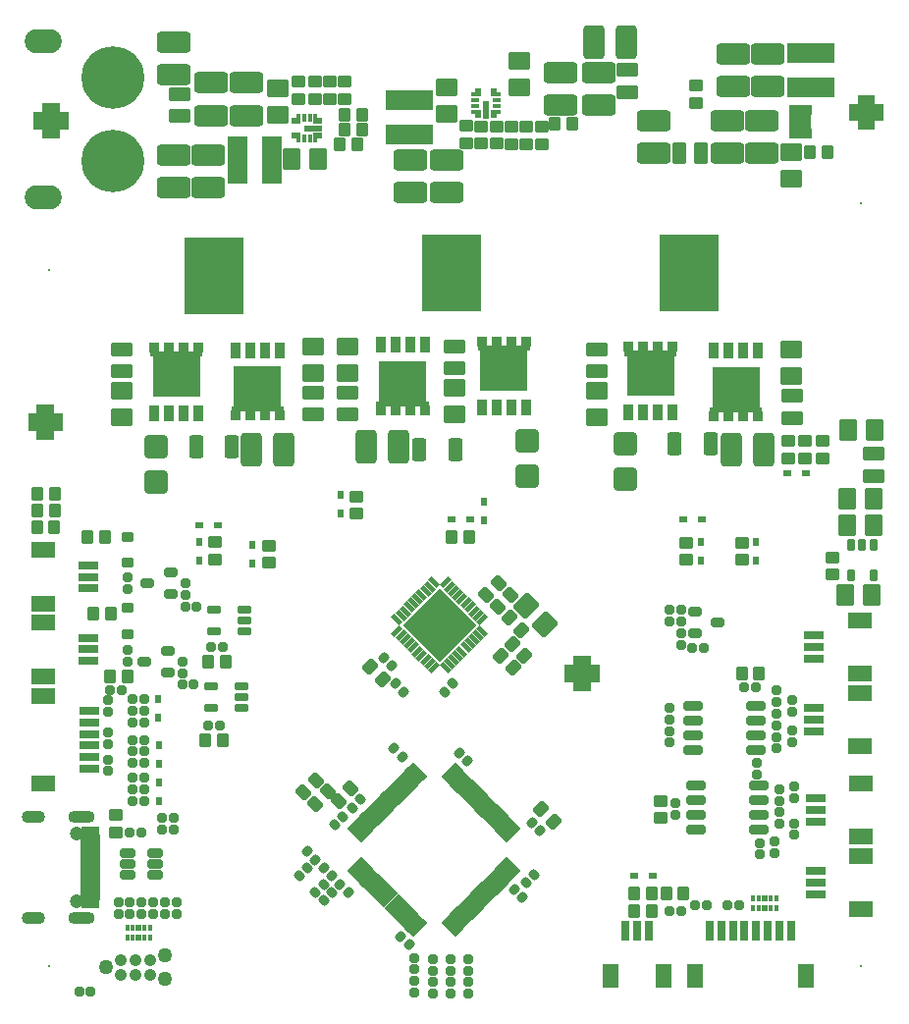
<source format=gbr>
%TF.GenerationSoftware,Altium Limited,Altium Designer,23.1.1 (15)*%
G04 Layer_Color=8388736*
%FSLAX45Y45*%
%MOMM*%
%TF.SameCoordinates,3B15BE60-5205-462F-B1BE-89E8C5D5736D*%
%TF.FilePolarity,Negative*%
%TF.FileFunction,Soldermask,Top*%
%TF.Part,Single*%
G01*
G75*
%TA.AperFunction,TestPad*%
%ADD99R,1.70320X0.80320*%
%ADD100R,2.00320X1.40320*%
%TA.AperFunction,SMDPad,CuDef*%
G04:AMPARAMS|DCode=101|XSize=1.8032mm|YSize=2.9032mm|CornerRadius=0.3016mm|HoleSize=0mm|Usage=FLASHONLY|Rotation=270.000|XOffset=0mm|YOffset=0mm|HoleType=Round|Shape=RoundedRectangle|*
%AMROUNDEDRECTD101*
21,1,1.80320,2.30000,0,0,270.0*
21,1,1.20000,2.90320,0,0,270.0*
1,1,0.60320,-1.15000,-0.60000*
1,1,0.60320,-1.15000,0.60000*
1,1,0.60320,1.15000,0.60000*
1,1,0.60320,1.15000,-0.60000*
%
%ADD101ROUNDEDRECTD101*%
G04:AMPARAMS|DCode=102|XSize=1.2032mm|YSize=1.9032mm|CornerRadius=0.2266mm|HoleSize=0mm|Usage=FLASHONLY|Rotation=270.000|XOffset=0mm|YOffset=0mm|HoleType=Round|Shape=RoundedRectangle|*
%AMROUNDEDRECTD102*
21,1,1.20320,1.45000,0,0,270.0*
21,1,0.75000,1.90320,0,0,270.0*
1,1,0.45320,-0.72500,-0.37500*
1,1,0.45320,-0.72500,0.37500*
1,1,0.45320,0.72500,0.37500*
1,1,0.45320,0.72500,-0.37500*
%
%ADD102ROUNDEDRECTD102*%
G04:AMPARAMS|DCode=103|XSize=1.6032mm|YSize=1.9032mm|CornerRadius=0.2766mm|HoleSize=0mm|Usage=FLASHONLY|Rotation=180.000|XOffset=0mm|YOffset=0mm|HoleType=Round|Shape=RoundedRectangle|*
%AMROUNDEDRECTD103*
21,1,1.60320,1.35000,0,0,180.0*
21,1,1.05000,1.90320,0,0,180.0*
1,1,0.55320,-0.52500,0.67500*
1,1,0.55320,0.52500,0.67500*
1,1,0.55320,0.52500,-0.67500*
1,1,0.55320,-0.52500,-0.67500*
%
%ADD103ROUNDEDRECTD103*%
G04:AMPARAMS|DCode=104|XSize=1.0032mm|YSize=1.2032mm|CornerRadius=0.2016mm|HoleSize=0mm|Usage=FLASHONLY|Rotation=90.000|XOffset=0mm|YOffset=0mm|HoleType=Round|Shape=RoundedRectangle|*
%AMROUNDEDRECTD104*
21,1,1.00320,0.80000,0,0,90.0*
21,1,0.60000,1.20320,0,0,90.0*
1,1,0.40320,0.40000,0.30000*
1,1,0.40320,0.40000,-0.30000*
1,1,0.40320,-0.40000,-0.30000*
1,1,0.40320,-0.40000,0.30000*
%
%ADD104ROUNDEDRECTD104*%
G04:AMPARAMS|DCode=105|XSize=1.0032mm|YSize=1.2032mm|CornerRadius=0.2016mm|HoleSize=0mm|Usage=FLASHONLY|Rotation=0.000|XOffset=0mm|YOffset=0mm|HoleType=Round|Shape=RoundedRectangle|*
%AMROUNDEDRECTD105*
21,1,1.00320,0.80000,0,0,0.0*
21,1,0.60000,1.20320,0,0,0.0*
1,1,0.40320,0.30000,-0.40000*
1,1,0.40320,-0.30000,-0.40000*
1,1,0.40320,-0.30000,0.40000*
1,1,0.40320,0.30000,0.40000*
%
%ADD105ROUNDEDRECTD105*%
%ADD106R,0.95320X0.42820*%
%ADD107R,0.80320X0.45320*%
%ADD108R,0.60320X0.55320*%
%ADD109R,0.55320X1.50320*%
G04:AMPARAMS|DCode=110|XSize=1.6032mm|YSize=1.9032mm|CornerRadius=0.2766mm|HoleSize=0mm|Usage=FLASHONLY|Rotation=270.000|XOffset=0mm|YOffset=0mm|HoleType=Round|Shape=RoundedRectangle|*
%AMROUNDEDRECTD110*
21,1,1.60320,1.35000,0,0,270.0*
21,1,1.05000,1.90320,0,0,270.0*
1,1,0.55320,-0.67500,-0.52500*
1,1,0.55320,-0.67500,0.52500*
1,1,0.55320,0.67500,0.52500*
1,1,0.55320,0.67500,-0.52500*
%
%ADD110ROUNDEDRECTD110*%
%ADD111R,4.09320X1.65320*%
%ADD112R,1.65320X4.09320*%
G04:AMPARAMS|DCode=113|XSize=2.0032mm|YSize=2.0432mm|CornerRadius=0.3266mm|HoleSize=0mm|Usage=FLASHONLY|Rotation=90.000|XOffset=0mm|YOffset=0mm|HoleType=Round|Shape=RoundedRectangle|*
%AMROUNDEDRECTD113*
21,1,2.00320,1.39000,0,0,90.0*
21,1,1.35000,2.04320,0,0,90.0*
1,1,0.65320,0.69500,0.67500*
1,1,0.65320,0.69500,-0.67500*
1,1,0.65320,-0.69500,-0.67500*
1,1,0.65320,-0.69500,0.67500*
%
%ADD113ROUNDEDRECTD113*%
%TA.AperFunction,ConnectorPad*%
G04:AMPARAMS|DCode=114|XSize=0.8032mm|YSize=0.9032mm|CornerRadius=0.1766mm|HoleSize=0mm|Usage=FLASHONLY|Rotation=270.000|XOffset=0mm|YOffset=0mm|HoleType=Round|Shape=RoundedRectangle|*
%AMROUNDEDRECTD114*
21,1,0.80320,0.55000,0,0,270.0*
21,1,0.45000,0.90320,0,0,270.0*
1,1,0.35320,-0.27500,-0.22500*
1,1,0.35320,-0.27500,0.22500*
1,1,0.35320,0.27500,0.22500*
1,1,0.35320,0.27500,-0.22500*
%
%ADD114ROUNDEDRECTD114*%
%TA.AperFunction,SMDPad,CuDef*%
G04:AMPARAMS|DCode=115|XSize=0.8032mm|YSize=0.9032mm|CornerRadius=0.1766mm|HoleSize=0mm|Usage=FLASHONLY|Rotation=0.000|XOffset=0mm|YOffset=0mm|HoleType=Round|Shape=RoundedRectangle|*
%AMROUNDEDRECTD115*
21,1,0.80320,0.55000,0,0,0.0*
21,1,0.45000,0.90320,0,0,0.0*
1,1,0.35320,0.22500,-0.27500*
1,1,0.35320,-0.22500,-0.27500*
1,1,0.35320,-0.22500,0.27500*
1,1,0.35320,0.22500,0.27500*
%
%ADD115ROUNDEDRECTD115*%
G04:AMPARAMS|DCode=116|XSize=0.8032mm|YSize=0.9032mm|CornerRadius=0.1766mm|HoleSize=0mm|Usage=FLASHONLY|Rotation=90.000|XOffset=0mm|YOffset=0mm|HoleType=Round|Shape=RoundedRectangle|*
%AMROUNDEDRECTD116*
21,1,0.80320,0.55000,0,0,90.0*
21,1,0.45000,0.90320,0,0,90.0*
1,1,0.35320,0.27500,0.22500*
1,1,0.35320,0.27500,-0.22500*
1,1,0.35320,-0.27500,-0.22500*
1,1,0.35320,-0.27500,0.22500*
%
%ADD116ROUNDEDRECTD116*%
%ADD117R,1.70320X0.80320*%
%ADD118R,2.00320X1.40320*%
G04:AMPARAMS|DCode=119|XSize=0.8032mm|YSize=1.6532mm|CornerRadius=0.1766mm|HoleSize=0mm|Usage=FLASHONLY|Rotation=90.000|XOffset=0mm|YOffset=0mm|HoleType=Round|Shape=RoundedRectangle|*
%AMROUNDEDRECTD119*
21,1,0.80320,1.30000,0,0,90.0*
21,1,0.45000,1.65320,0,0,90.0*
1,1,0.35320,0.65000,0.22500*
1,1,0.35320,0.65000,-0.22500*
1,1,0.35320,-0.65000,-0.22500*
1,1,0.35320,-0.65000,0.22500*
%
%ADD119ROUNDEDRECTD119*%
G04:AMPARAMS|DCode=120|XSize=1.6782mm|YSize=0.5032mm|CornerRadius=0mm|HoleSize=0mm|Usage=FLASHONLY|Rotation=315.000|XOffset=0mm|YOffset=0mm|HoleType=Round|Shape=Rectangle|*
%AMROTATEDRECTD120*
4,1,4,-0.77124,0.41543,-0.41543,0.77124,0.77124,-0.41543,0.41543,-0.77124,-0.77124,0.41543,0.0*
%
%ADD120ROTATEDRECTD120*%

G04:AMPARAMS|DCode=121|XSize=1.6782mm|YSize=0.5032mm|CornerRadius=0mm|HoleSize=0mm|Usage=FLASHONLY|Rotation=225.000|XOffset=0mm|YOffset=0mm|HoleType=Round|Shape=Rectangle|*
%AMROTATEDRECTD121*
4,1,4,0.41543,0.77124,0.77124,0.41543,-0.41543,-0.77124,-0.77124,-0.41543,0.41543,0.77124,0.0*
%
%ADD121ROTATEDRECTD121*%

%TA.AperFunction,TestPad*%
G04:AMPARAMS|DCode=122|XSize=0.49mm|YSize=0.54mm|CornerRadius=0.07625mm|HoleSize=0mm|Usage=FLASHONLY|Rotation=0.000|XOffset=0mm|YOffset=0mm|HoleType=Round|Shape=RoundedRectangle|*
%AMROUNDEDRECTD122*
21,1,0.49000,0.38750,0,0,0.0*
21,1,0.33750,0.54000,0,0,0.0*
1,1,0.15250,0.16875,-0.19375*
1,1,0.15250,-0.16875,-0.19375*
1,1,0.15250,-0.16875,0.19375*
1,1,0.15250,0.16875,0.19375*
%
%ADD122ROUNDEDRECTD122*%
%TA.AperFunction,SMDPad,CuDef*%
%ADD123R,1.64000X0.74000*%
%TA.AperFunction,BGAPad,CuDef*%
%ADD124C,1.06620*%
%TA.AperFunction,SMDPad,CuDef*%
G04:AMPARAMS|DCode=125|XSize=0.8032mm|YSize=1.4032mm|CornerRadius=0.1766mm|HoleSize=0mm|Usage=FLASHONLY|Rotation=270.000|XOffset=0mm|YOffset=0mm|HoleType=Round|Shape=RoundedRectangle|*
%AMROUNDEDRECTD125*
21,1,0.80320,1.05000,0,0,270.0*
21,1,0.45000,1.40320,0,0,270.0*
1,1,0.35320,-0.52500,-0.22500*
1,1,0.35320,-0.52500,0.22500*
1,1,0.35320,0.52500,0.22500*
1,1,0.35320,0.52500,-0.22500*
%
%ADD125ROUNDEDRECTD125*%
G04:AMPARAMS|DCode=126|XSize=0.8032mm|YSize=0.9032mm|CornerRadius=0.1766mm|HoleSize=0mm|Usage=FLASHONLY|Rotation=315.000|XOffset=0mm|YOffset=0mm|HoleType=Round|Shape=RoundedRectangle|*
%AMROUNDEDRECTD126*
21,1,0.80320,0.55000,0,0,315.0*
21,1,0.45000,0.90320,0,0,315.0*
1,1,0.35320,-0.03536,-0.35355*
1,1,0.35320,-0.35355,-0.03536*
1,1,0.35320,0.03536,0.35355*
1,1,0.35320,0.35355,0.03536*
%
%ADD126ROUNDEDRECTD126*%
G04:AMPARAMS|DCode=127|XSize=0.8032mm|YSize=0.9032mm|CornerRadius=0.1766mm|HoleSize=0mm|Usage=FLASHONLY|Rotation=225.000|XOffset=0mm|YOffset=0mm|HoleType=Round|Shape=RoundedRectangle|*
%AMROUNDEDRECTD127*
21,1,0.80320,0.55000,0,0,225.0*
21,1,0.45000,0.90320,0,0,225.0*
1,1,0.35320,-0.35355,0.03536*
1,1,0.35320,-0.03536,0.35355*
1,1,0.35320,0.35355,-0.03536*
1,1,0.35320,0.03536,-0.35355*
%
%ADD127ROUNDEDRECTD127*%
G04:AMPARAMS|DCode=128|XSize=1.0032mm|YSize=1.2032mm|CornerRadius=0.2016mm|HoleSize=0mm|Usage=FLASHONLY|Rotation=225.000|XOffset=0mm|YOffset=0mm|HoleType=Round|Shape=RoundedRectangle|*
%AMROUNDEDRECTD128*
21,1,1.00320,0.80000,0,0,225.0*
21,1,0.60000,1.20320,0,0,225.0*
1,1,0.40320,-0.49498,0.07071*
1,1,0.40320,-0.07071,0.49498*
1,1,0.40320,0.49498,-0.07071*
1,1,0.40320,0.07071,-0.49498*
%
%ADD128ROUNDEDRECTD128*%
%TA.AperFunction,TestPad*%
G04:AMPARAMS|DCode=129|XSize=0.8032mm|YSize=1.2032mm|CornerRadius=0.1766mm|HoleSize=0mm|Usage=FLASHONLY|Rotation=90.000|XOffset=0mm|YOffset=0mm|HoleType=Round|Shape=RoundedRectangle|*
%AMROUNDEDRECTD129*
21,1,0.80320,0.85000,0,0,90.0*
21,1,0.45000,1.20320,0,0,90.0*
1,1,0.35320,0.42500,0.22500*
1,1,0.35320,0.42500,-0.22500*
1,1,0.35320,-0.42500,-0.22500*
1,1,0.35320,-0.42500,0.22500*
%
%ADD129ROUNDEDRECTD129*%
%TA.AperFunction,SMDPad,CuDef*%
G04:AMPARAMS|DCode=130|XSize=0.7532mm|YSize=1.2532mm|CornerRadius=0.17035mm|HoleSize=0mm|Usage=FLASHONLY|Rotation=270.000|XOffset=0mm|YOffset=0mm|HoleType=Round|Shape=RoundedRectangle|*
%AMROUNDEDRECTD130*
21,1,0.75320,0.91250,0,0,270.0*
21,1,0.41250,1.25320,0,0,270.0*
1,1,0.34070,-0.45625,-0.20625*
1,1,0.34070,-0.45625,0.20625*
1,1,0.34070,0.45625,0.20625*
1,1,0.34070,0.45625,-0.20625*
%
%ADD130ROUNDEDRECTD130*%
%ADD131R,0.75320X0.62320*%
G04:AMPARAMS|DCode=132|XSize=1.0032mm|YSize=1.2032mm|CornerRadius=0.2016mm|HoleSize=0mm|Usage=FLASHONLY|Rotation=135.000|XOffset=0mm|YOffset=0mm|HoleType=Round|Shape=RoundedRectangle|*
%AMROUNDEDRECTD132*
21,1,1.00320,0.80000,0,0,135.0*
21,1,0.60000,1.20320,0,0,135.0*
1,1,0.40320,0.07071,0.49498*
1,1,0.40320,0.49498,0.07071*
1,1,0.40320,-0.07071,-0.49498*
1,1,0.40320,-0.49498,-0.07071*
%
%ADD132ROUNDEDRECTD132*%
G04:AMPARAMS|DCode=133|XSize=1.0532mm|YSize=0.4532mm|CornerRadius=0mm|HoleSize=0mm|Usage=FLASHONLY|Rotation=225.000|XOffset=0mm|YOffset=0mm|HoleType=Round|Shape=Rectangle|*
%AMROTATEDRECTD133*
4,1,4,0.21213,0.53259,0.53259,0.21213,-0.21213,-0.53259,-0.53259,-0.21213,0.21213,0.53259,0.0*
%
%ADD133ROTATEDRECTD133*%

%ADD134P,6.29778X4X360.0*%
G04:AMPARAMS|DCode=135|XSize=1.8032mm|YSize=2.9032mm|CornerRadius=0.3016mm|HoleSize=0mm|Usage=FLASHONLY|Rotation=180.000|XOffset=0mm|YOffset=0mm|HoleType=Round|Shape=RoundedRectangle|*
%AMROUNDEDRECTD135*
21,1,1.80320,2.30000,0,0,180.0*
21,1,1.20000,2.90320,0,0,180.0*
1,1,0.60320,-0.60000,1.15000*
1,1,0.60320,0.60000,1.15000*
1,1,0.60320,0.60000,-1.15000*
1,1,0.60320,-0.60000,-1.15000*
%
%ADD135ROUNDEDRECTD135*%
%ADD136R,1.50320X0.55320*%
%ADD137R,0.80320X1.70320*%
%TA.AperFunction,TestPad*%
%ADD138R,1.40320X2.00320*%
%ADD139R,0.80320X1.70320*%
%TA.AperFunction,SMDPad,CuDef*%
G04:AMPARAMS|DCode=140|XSize=1.0532mm|YSize=0.4532mm|CornerRadius=0mm|HoleSize=0mm|Usage=FLASHONLY|Rotation=315.000|XOffset=0mm|YOffset=0mm|HoleType=Round|Shape=Rectangle|*
%AMROTATEDRECTD140*
4,1,4,-0.53259,0.21213,-0.21213,0.53259,0.53259,-0.21213,0.21213,-0.53259,-0.53259,0.21213,0.0*
%
%ADD140ROTATEDRECTD140*%

G04:AMPARAMS|DCode=141|XSize=1.6032mm|YSize=1.9032mm|CornerRadius=0.2766mm|HoleSize=0mm|Usage=FLASHONLY|Rotation=135.000|XOffset=0mm|YOffset=0mm|HoleType=Round|Shape=RoundedRectangle|*
%AMROUNDEDRECTD141*
21,1,1.60320,1.35000,0,0,135.0*
21,1,1.05000,1.90320,0,0,135.0*
1,1,0.55320,0.10607,0.84853*
1,1,0.55320,0.84853,0.10607*
1,1,0.55320,-0.10607,-0.84853*
1,1,0.55320,-0.84853,-0.10607*
%
%ADD141ROUNDEDRECTD141*%
%ADD142R,0.62320X0.75320*%
%TA.AperFunction,ConnectorPad*%
G04:AMPARAMS|DCode=143|XSize=1.8032mm|YSize=2.9032mm|CornerRadius=0.3016mm|HoleSize=0mm|Usage=FLASHONLY|Rotation=0.000|XOffset=0mm|YOffset=0mm|HoleType=Round|Shape=RoundedRectangle|*
%AMROUNDEDRECTD143*
21,1,1.80320,2.30000,0,0,0.0*
21,1,1.20000,2.90320,0,0,0.0*
1,1,0.60320,0.60000,-1.15000*
1,1,0.60320,-0.60000,-1.15000*
1,1,0.60320,-0.60000,1.15000*
1,1,0.60320,0.60000,1.15000*
%
%ADD143ROUNDEDRECTD143*%
%TA.AperFunction,SMDPad,CuDef*%
G04:AMPARAMS|DCode=144|XSize=0.7532mm|YSize=1.0032mm|CornerRadius=0.1511mm|HoleSize=0mm|Usage=FLASHONLY|Rotation=0.000|XOffset=0mm|YOffset=0mm|HoleType=Round|Shape=RoundedRectangle|*
%AMROUNDEDRECTD144*
21,1,0.75320,0.70100,0,0,0.0*
21,1,0.45100,1.00320,0,0,0.0*
1,1,0.30220,0.22550,-0.35050*
1,1,0.30220,-0.22550,-0.35050*
1,1,0.30220,-0.22550,0.35050*
1,1,0.30220,0.22550,0.35050*
%
%ADD144ROUNDEDRECTD144*%
%ADD145R,0.50320X0.90320*%
%ADD146R,1.90320X1.20320*%
G04:AMPARAMS|DCode=147|XSize=0.8332mm|YSize=1.0332mm|CornerRadius=0.18035mm|HoleSize=0mm|Usage=FLASHONLY|Rotation=90.000|XOffset=0mm|YOffset=0mm|HoleType=Round|Shape=RoundedRectangle|*
%AMROUNDEDRECTD147*
21,1,0.83320,0.67250,0,0,90.0*
21,1,0.47250,1.03320,0,0,90.0*
1,1,0.36070,0.33625,0.23625*
1,1,0.36070,0.33625,-0.23625*
1,1,0.36070,-0.33625,-0.23625*
1,1,0.36070,-0.33625,0.23625*
%
%ADD147ROUNDEDRECTD147*%
%ADD148R,5.20320X6.70320*%
%ADD149R,0.45820X0.51320*%
%ADD150R,4.11320X4.01320*%
%ADD151R,0.81320X0.91320*%
%ADD152R,0.81320X1.47320*%
G04:AMPARAMS|DCode=153|XSize=1.2032mm|YSize=2.0032mm|CornerRadius=0.2266mm|HoleSize=0mm|Usage=FLASHONLY|Rotation=0.000|XOffset=0mm|YOffset=0mm|HoleType=Round|Shape=RoundedRectangle|*
%AMROUNDEDRECTD153*
21,1,1.20320,1.55000,0,0,0.0*
21,1,0.75000,2.00320,0,0,0.0*
1,1,0.45320,0.37500,-0.77500*
1,1,0.45320,-0.37500,-0.77500*
1,1,0.45320,-0.37500,0.77500*
1,1,0.45320,0.37500,0.77500*
%
%ADD153ROUNDEDRECTD153*%
G04:AMPARAMS|DCode=154|XSize=1.2032mm|YSize=1.9032mm|CornerRadius=0.2266mm|HoleSize=0mm|Usage=FLASHONLY|Rotation=0.000|XOffset=0mm|YOffset=0mm|HoleType=Round|Shape=RoundedRectangle|*
%AMROUNDEDRECTD154*
21,1,1.20320,1.45000,0,0,0.0*
21,1,0.75000,1.90320,0,0,0.0*
1,1,0.45320,0.37500,-0.72500*
1,1,0.45320,-0.37500,-0.72500*
1,1,0.45320,-0.37500,0.72500*
1,1,0.45320,0.37500,0.72500*
%
%ADD154ROUNDEDRECTD154*%
%ADD155R,0.55320X0.60320*%
%ADD156R,0.42820X0.95320*%
%ADD157R,0.45320X0.80320*%
%ADD158R,1.40320X2.00320*%
%TA.AperFunction,TestPad*%
G04:AMPARAMS|DCode=159|XSize=0.29mm|YSize=0.54mm|CornerRadius=0.05125mm|HoleSize=0mm|Usage=FLASHONLY|Rotation=180.000|XOffset=0mm|YOffset=0mm|HoleType=Round|Shape=RoundedRectangle|*
%AMROUNDEDRECTD159*
21,1,0.29000,0.43750,0,0,180.0*
21,1,0.18750,0.54000,0,0,180.0*
1,1,0.10250,-0.09375,0.21875*
1,1,0.10250,0.09375,0.21875*
1,1,0.10250,0.09375,-0.21875*
1,1,0.10250,-0.09375,-0.21875*
%
%ADD159ROUNDEDRECTD159*%
%TA.AperFunction,SMDPad,CuDef*%
%ADD160R,1.78000X0.88000*%
%ADD161R,1.78000X0.58000*%
%TA.AperFunction,ComponentPad*%
%ADD162C,5.40320*%
%ADD163C,1.72720*%
%ADD164C,1.27020*%
%ADD165C,0.20320*%
%ADD166O,3.20320X2.10320*%
%ADD167C,1.20000*%
%ADD168O,2.30000X1.10000*%
%ADD169O,2.00000X1.10000*%
G36*
X13725000Y10635000D02*
X13800000D01*
Y10485000D01*
X13725000D01*
Y10410000D01*
X13575000D01*
Y10485000D01*
X13500000D01*
Y10635000D01*
X13575000D01*
Y10710000D01*
X13725000D01*
Y10635000D01*
D02*
G37*
G36*
X6695000Y10565000D02*
X6770000D01*
Y10415000D01*
X6695000D01*
Y10340000D01*
X6545000D01*
Y10415000D01*
X6470000D01*
Y10565000D01*
X6545000D01*
Y10640000D01*
X6695000D01*
Y10565000D01*
D02*
G37*
G36*
X6645000Y7965000D02*
X6720000D01*
Y7815000D01*
X6645000D01*
Y7740000D01*
X6495000D01*
Y7815000D01*
X6420000D01*
Y7965000D01*
X6495000D01*
Y8040000D01*
X6645000D01*
Y7965000D01*
D02*
G37*
G36*
X11275000Y5795000D02*
X11350000D01*
Y5645000D01*
X11275000D01*
Y5570000D01*
X11125000D01*
Y5645000D01*
X11050000D01*
Y5795000D01*
X11125000D01*
Y5870000D01*
X11275000D01*
Y5795000D01*
D02*
G37*
D99*
X6945000Y5400000D02*
D03*
Y5300001D02*
D03*
Y5200000D02*
D03*
Y5100000D02*
D03*
Y5000000D02*
D03*
Y4900000D02*
D03*
D100*
X6555000Y5530000D02*
D03*
X6555000Y4770000D02*
D03*
D101*
X7675000Y10885000D02*
D03*
Y11165001D02*
D03*
X10030000Y10150000D02*
D03*
X10030000Y9870000D02*
D03*
X9720000Y10150000D02*
D03*
X9720000Y9870000D02*
D03*
X7999999Y10815000D02*
D03*
X8300000D02*
D03*
X7675000Y9910000D02*
D03*
X7975000D02*
D03*
X11014999Y10905000D02*
D03*
X11340000Y10905000D02*
D03*
X11820000Y10490000D02*
D03*
X12450000D02*
D03*
X12750000D02*
D03*
X12500000Y10785000D02*
D03*
X12800000D02*
D03*
X12750000Y10209999D02*
D03*
X11014999Y10625000D02*
D03*
X11339999Y10625000D02*
D03*
X12450000Y10210000D02*
D03*
X12800000Y11065000D02*
D03*
X12500000D02*
D03*
X11820000Y10209999D02*
D03*
X8300000Y10535000D02*
D03*
X7675000Y10190000D02*
D03*
X7975000D02*
D03*
X7999999Y10535000D02*
D03*
D102*
X13710001Y7425000D02*
D03*
Y7615000D02*
D03*
X13010001Y7925000D02*
D03*
Y8115000D02*
D03*
X11325000Y8520000D02*
D03*
Y8330000D02*
D03*
X8875000Y7955000D02*
D03*
Y8145000D02*
D03*
X9175000Y7955000D02*
D03*
Y8145000D02*
D03*
X10100000Y8545000D02*
D03*
Y8355000D02*
D03*
X7225000Y8520000D02*
D03*
Y8330000D02*
D03*
X11590000Y10925000D02*
D03*
X11590000Y10735000D02*
D03*
X7725000Y10720000D02*
D03*
Y10530000D02*
D03*
D103*
X13714301Y7230000D02*
D03*
X13485699D02*
D03*
X13724300Y7820000D02*
D03*
X13495700D02*
D03*
X8919300Y10162500D02*
D03*
X8690700D02*
D03*
X13485699Y7000000D02*
D03*
X13465700Y6400000D02*
D03*
X13714301Y7000000D02*
D03*
X13694299Y6400000D02*
D03*
D104*
X10850000Y10435000D02*
D03*
X10850000Y10285000D02*
D03*
X10200000Y10445000D02*
D03*
Y10295000D02*
D03*
X8900000Y10675000D02*
D03*
Y10825000D02*
D03*
X8750000D02*
D03*
Y10675000D02*
D03*
X9150000D02*
D03*
Y10825000D02*
D03*
X9025000Y10675000D02*
D03*
Y10825000D02*
D03*
X7175000Y4500000D02*
D03*
X10330000Y10290000D02*
D03*
X10590000Y10285000D02*
D03*
X11875000Y4625000D02*
D03*
X13360001Y6725000D02*
D03*
X12975002Y7725000D02*
D03*
X13125002D02*
D03*
X13360001Y6575000D02*
D03*
X12975002Y7575000D02*
D03*
X8500000Y6675000D02*
D03*
Y6825000D02*
D03*
X8031800Y6702401D02*
D03*
Y6852401D02*
D03*
X13275002Y7575000D02*
D03*
Y7725000D02*
D03*
X13125002Y7575000D02*
D03*
X9250000Y7100000D02*
D03*
Y7250000D02*
D03*
X12575001Y6850000D02*
D03*
Y6700000D02*
D03*
X12100000Y6700000D02*
D03*
Y6850000D02*
D03*
X10460000Y10290000D02*
D03*
Y10440000D02*
D03*
X10590000Y10435000D02*
D03*
X10330000Y10440000D02*
D03*
X12180000Y10790000D02*
D03*
Y10640000D02*
D03*
X10720000Y10285000D02*
D03*
Y10435000D02*
D03*
X7175000Y4350000D02*
D03*
X11875000Y4475000D02*
D03*
D105*
X10965000Y10460000D02*
D03*
X11115000D02*
D03*
X9110000Y10285000D02*
D03*
X9260000D02*
D03*
X9150000Y10410000D02*
D03*
X9300000D02*
D03*
X9150000Y10540000D02*
D03*
X9300000D02*
D03*
X6650000Y7275000D02*
D03*
X6500000D02*
D03*
X6650000Y7125000D02*
D03*
X6500000D02*
D03*
X6647800Y6985000D02*
D03*
X6497800D02*
D03*
X7135000Y6240000D02*
D03*
X6985000D02*
D03*
X7085000Y6900000D02*
D03*
X6935000D02*
D03*
X8100000Y5150000D02*
D03*
X7275000Y5700000D02*
D03*
X8125000Y5825000D02*
D03*
X11800000Y3675000D02*
D03*
X11800000Y3825000D02*
D03*
X11925000D02*
D03*
X12575000Y5725000D02*
D03*
X10075000Y6900000D02*
D03*
X10225000D02*
D03*
X13314999Y10220000D02*
D03*
X13164999D02*
D03*
X7125000Y5700000D02*
D03*
X12075000Y3824999D02*
D03*
X11650000Y3825000D02*
D03*
Y3675000D02*
D03*
X12725000Y5725000D02*
D03*
X7975000Y5825000D02*
D03*
X7950000Y5150000D02*
D03*
D106*
X10452500Y10566200D02*
D03*
X10452500Y10713800D02*
D03*
X10287500Y10713800D02*
D03*
Y10566200D02*
D03*
D107*
X10460000Y10615000D02*
D03*
Y10665000D02*
D03*
X10280000D02*
D03*
Y10615000D02*
D03*
D108*
X10435000Y10537400D02*
D03*
Y10742600D02*
D03*
X10305000D02*
D03*
Y10537400D02*
D03*
D109*
X10370000Y10585000D02*
D03*
D110*
X10030000Y10545700D02*
D03*
Y10774300D02*
D03*
X8575000Y10764300D02*
D03*
X10660000Y11004300D02*
D03*
X13000000Y9985700D02*
D03*
X13000000Y8285700D02*
D03*
Y8514300D02*
D03*
X11325000Y7935700D02*
D03*
Y8164300D02*
D03*
X10100000Y7960700D02*
D03*
Y8189300D02*
D03*
X8875000Y8539300D02*
D03*
Y8310700D02*
D03*
X9175000Y8539300D02*
D03*
Y8310700D02*
D03*
X7225000Y7935700D02*
D03*
Y8164300D02*
D03*
X10660000Y10775700D02*
D03*
X13000000Y10214300D02*
D03*
X8575000Y10535700D02*
D03*
D111*
X9710000Y10372500D02*
D03*
Y10667500D02*
D03*
X13175000Y10775000D02*
D03*
Y11070000D02*
D03*
D112*
X8227500Y10152500D02*
D03*
X8522500D02*
D03*
D113*
X7525000Y7675000D02*
D03*
Y7375000D02*
D03*
X10725000Y7425000D02*
D03*
X11575000Y7400000D02*
D03*
Y7700001D02*
D03*
X10725000Y7725000D02*
D03*
D114*
X10220000Y3060000D02*
D03*
Y2960000D02*
D03*
X10065000Y2960000D02*
D03*
X9910000D02*
D03*
X9755000Y2970000D02*
D03*
X9910000Y3060000D02*
D03*
X10065000Y3060000D02*
D03*
X9755000Y3070000D02*
D03*
D115*
X6960000Y2980000D02*
D03*
X6860000D02*
D03*
X7400000Y4350000D02*
D03*
X7675000Y4375000D02*
D03*
X7230000Y5580000D02*
D03*
X7325000Y5500000D02*
D03*
Y4950000D02*
D03*
Y4625000D02*
D03*
X7675000Y4475000D02*
D03*
X8075000Y5275000D02*
D03*
X8100000Y5950000D02*
D03*
X11950000Y3675000D02*
D03*
X12175000Y3725000D02*
D03*
X12550000Y3725000D02*
D03*
X12600000Y5600000D02*
D03*
X7130000Y5580000D02*
D03*
X7975000Y5275000D02*
D03*
X7325000Y5300000D02*
D03*
X7425000D02*
D03*
X7325000Y5150000D02*
D03*
X7425000D02*
D03*
X7325000Y4825000D02*
D03*
X7425000D02*
D03*
X12250000Y5945000D02*
D03*
X12150000D02*
D03*
X12050001Y3675000D02*
D03*
X12450000Y3725000D02*
D03*
X12275000D02*
D03*
X7325000Y4725000D02*
D03*
X7425000D02*
D03*
X7325000Y5050000D02*
D03*
X7425000D02*
D03*
X7325000Y5400000D02*
D03*
X7425000Y5400000D02*
D03*
X7425000Y4625000D02*
D03*
Y4950000D02*
D03*
Y5500000D02*
D03*
X7300000Y4350000D02*
D03*
X7575000Y4375000D02*
D03*
X7575000Y4475000D02*
D03*
X12700000Y5600000D02*
D03*
X8000000Y5950000D02*
D03*
X7875000Y6300000D02*
D03*
X7775000D02*
D03*
X7850000Y5625000D02*
D03*
X7750000D02*
D03*
D116*
X7110000Y4880000D02*
D03*
Y4980000D02*
D03*
Y5110000D02*
D03*
Y5210000D02*
D03*
Y5490000D02*
D03*
Y5390000D02*
D03*
X13030000Y4750000D02*
D03*
Y4650000D02*
D03*
Y4330000D02*
D03*
Y4430000D02*
D03*
X13010001Y5130000D02*
D03*
Y5230000D02*
D03*
Y5490000D02*
D03*
Y5390000D02*
D03*
X12875000Y5175000D02*
D03*
Y5275000D02*
D03*
Y5475000D02*
D03*
Y5375000D02*
D03*
X7700000Y3650000D02*
D03*
X7275000Y5825000D02*
D03*
Y6450000D02*
D03*
X7750000Y5825000D02*
D03*
X7775000Y6500000D02*
D03*
X12730000Y4160000D02*
D03*
X12860001Y4170000D02*
D03*
X12000000Y4600000D02*
D03*
X12710000Y4950000D02*
D03*
X11950000Y5125000D02*
D03*
X12875000Y5575000D02*
D03*
X12050000Y6170000D02*
D03*
X10065000Y3260001D02*
D03*
Y3160000D02*
D03*
X12050000Y5970000D02*
D03*
Y6070000D02*
D03*
X9910000Y3260000D02*
D03*
X9910000Y3160000D02*
D03*
X7200000Y3650000D02*
D03*
Y3750000D02*
D03*
X7300000Y3650000D02*
D03*
Y3750000D02*
D03*
X7400000Y3650000D02*
D03*
Y3750000D02*
D03*
X7500000Y3650000D02*
D03*
Y3750000D02*
D03*
X12900000Y4525000D02*
D03*
Y4425000D02*
D03*
X12050000Y6270000D02*
D03*
X9755000Y3170000D02*
D03*
Y3270001D02*
D03*
X11950000Y6170000D02*
D03*
Y6270000D02*
D03*
X10220000Y3160000D02*
D03*
Y3260000D02*
D03*
X7600000Y3650000D02*
D03*
Y3750000D02*
D03*
X7700000Y3750000D02*
D03*
X12875000Y5075000D02*
D03*
X11950000Y5425000D02*
D03*
Y5325000D02*
D03*
Y5225000D02*
D03*
X7275000Y6550000D02*
D03*
X7775000Y6400000D02*
D03*
X7275000Y5925000D02*
D03*
X7750000Y5725000D02*
D03*
X12000000Y4500000D02*
D03*
X12900000Y4625000D02*
D03*
Y4725000D02*
D03*
X12860001Y4270000D02*
D03*
X12710000Y4850000D02*
D03*
X12730000Y4260000D02*
D03*
D117*
X13210001Y4445000D02*
D03*
X13210001Y4645000D02*
D03*
Y4545000D02*
D03*
X13201300Y5225000D02*
D03*
Y6050000D02*
D03*
Y5425000D02*
D03*
Y5850000D02*
D03*
X6940000Y5830000D02*
D03*
X6940000Y6455000D02*
D03*
X13210001Y3920000D02*
D03*
X13201300Y5325000D02*
D03*
Y5950000D02*
D03*
X6940000Y6030000D02*
D03*
X6940000Y5930000D02*
D03*
Y6655000D02*
D03*
Y6555000D02*
D03*
X13210001Y3820000D02*
D03*
Y4020000D02*
D03*
D118*
X13600000Y4315000D02*
D03*
X13600000Y4775000D02*
D03*
X6550000Y6160000D02*
D03*
Y5700000D02*
D03*
X6550000Y6785000D02*
D03*
X6550000Y6325000D02*
D03*
X13600000Y3690000D02*
D03*
X13600000Y4150000D02*
D03*
X13591299Y5555000D02*
D03*
Y5095000D02*
D03*
Y6180000D02*
D03*
Y5720000D02*
D03*
D119*
X12697500Y5186500D02*
D03*
X12152500Y5440500D02*
D03*
Y5059500D02*
D03*
X12697500Y5313500D02*
D03*
X12180000Y4627000D02*
D03*
X12697500Y5059500D02*
D03*
Y5440500D02*
D03*
X12152500Y5186500D02*
D03*
Y5313500D02*
D03*
X12725000Y4373000D02*
D03*
Y4500000D02*
D03*
Y4627000D02*
D03*
Y4754000D02*
D03*
X12180000Y4373000D02*
D03*
Y4500000D02*
D03*
Y4754000D02*
D03*
D120*
X9781669Y4873156D02*
D03*
X9286694Y4378181D02*
D03*
X9428115Y4519602D02*
D03*
X10557789Y4026325D02*
D03*
X9746313Y4837801D02*
D03*
X9710958Y4802445D02*
D03*
X9675602Y4767090D02*
D03*
X9640247Y4731735D02*
D03*
X9604892Y4696379D02*
D03*
X9569536Y4661024D02*
D03*
X9534181Y4625668D02*
D03*
X9498826Y4590313D02*
D03*
X9463470Y4554958D02*
D03*
X9392760Y4484247D02*
D03*
X9357404Y4448892D02*
D03*
X9322049Y4413537D02*
D03*
X9251338Y4342826D02*
D03*
X10062814Y3531350D02*
D03*
X10098169Y3566705D02*
D03*
X10133525Y3602061D02*
D03*
X10168880Y3637416D02*
D03*
X10204235Y3672771D02*
D03*
X10239591Y3708127D02*
D03*
X10274946Y3743482D02*
D03*
X10310301Y3778838D02*
D03*
X10345657Y3814193D02*
D03*
X10381012Y3849548D02*
D03*
X10416368Y3884903D02*
D03*
X10451723Y3920259D02*
D03*
X10487078Y3955614D02*
D03*
X10522433Y3990969D02*
D03*
X10593144Y4061680D02*
D03*
D121*
X10133525Y4802445D02*
D03*
X9746313Y3566705D02*
D03*
X10098169Y4837801D02*
D03*
X10593144Y4342826D02*
D03*
X10557789Y4378181D02*
D03*
X10522433Y4413537D02*
D03*
X10487078Y4448892D02*
D03*
X10451723Y4484247D02*
D03*
X10416368Y4519602D02*
D03*
X10381012Y4554958D02*
D03*
X10345657Y4590313D02*
D03*
X10310301Y4625668D02*
D03*
X10274946Y4661024D02*
D03*
X10239591Y4696379D02*
D03*
X10204235Y4731735D02*
D03*
X10168880Y4767090D02*
D03*
X10062814Y4873156D02*
D03*
X9251338Y4061680D02*
D03*
X9286694Y4026325D02*
D03*
X9322049Y3990969D02*
D03*
X9357404Y3955614D02*
D03*
X9392760Y3920259D02*
D03*
X9428115Y3884903D02*
D03*
X9463470Y3849548D02*
D03*
X9498826Y3814193D02*
D03*
X9534181Y3778838D02*
D03*
X9569536Y3743482D02*
D03*
X9604892Y3708127D02*
D03*
X9640247Y3672771D02*
D03*
X9675602Y3637416D02*
D03*
X9710958Y3602061D02*
D03*
X9781669Y3531350D02*
D03*
D122*
X7375000Y3445000D02*
D03*
Y3525000D02*
D03*
X12775000Y3700001D02*
D03*
X12775000Y3780000D02*
D03*
D123*
X6960000Y3730000D02*
D03*
Y4370000D02*
D03*
D124*
X7475000Y3123000D02*
D03*
X7475000Y3250000D02*
D03*
X7348000Y3250000D02*
D03*
X7221000Y3250000D02*
D03*
X7348000Y3123000D02*
D03*
X7221000Y3123000D02*
D03*
D125*
X7280000Y4080000D02*
D03*
X7520000Y4175000D02*
D03*
Y4080000D02*
D03*
Y3985000D02*
D03*
X7280000D02*
D03*
Y4175000D02*
D03*
D126*
X8828984Y4187132D02*
D03*
X8970406Y4045711D02*
D03*
X9634645Y3455355D02*
D03*
X9182538Y3833579D02*
D03*
X9560355Y5789645D02*
D03*
X10685355Y3789645D02*
D03*
X10210355Y4964645D02*
D03*
X10835355Y4364645D02*
D03*
X9489644Y5860356D02*
D03*
X10764645Y4435356D02*
D03*
X9645355Y5004645D02*
D03*
X9574645Y5075356D02*
D03*
X9705355Y3384645D02*
D03*
X8899695Y4116422D02*
D03*
X9111827Y3904289D02*
D03*
X9041117Y3975000D02*
D03*
X10139645Y5035355D02*
D03*
X9589645Y5635355D02*
D03*
X9660356Y5564645D02*
D03*
X10614645Y3860356D02*
D03*
D127*
X9135355Y4485355D02*
D03*
X9285355Y4635355D02*
D03*
X10714645Y3914645D02*
D03*
X10785356Y3985356D02*
D03*
X9064645Y4414645D02*
D03*
X9214645Y4564645D02*
D03*
X8758274Y3975000D02*
D03*
X8828984Y4045711D02*
D03*
X8970406Y3762868D02*
D03*
X9041117Y3833579D02*
D03*
X8899695D02*
D03*
X8970406Y3904289D02*
D03*
X10085355Y5635355D02*
D03*
X10014644Y5564645D02*
D03*
D128*
X9203033Y4728033D02*
D03*
X8903033Y4803033D02*
D03*
X10578033Y6403033D02*
D03*
X10371967Y6396967D02*
D03*
X10478033Y6503033D02*
D03*
X10471967Y6296967D02*
D03*
X9096967Y4621967D02*
D03*
X9003033Y4703033D02*
D03*
X8896967Y4596967D02*
D03*
X8796967Y4696967D02*
D03*
D129*
X7425000Y5825000D02*
D03*
X7450000Y6500000D02*
D03*
X12369100Y6160300D02*
D03*
X12169100Y6065300D02*
D03*
Y6255300D02*
D03*
X7650000Y6595000D02*
D03*
Y6405000D02*
D03*
X7625000Y5920000D02*
D03*
Y5730000D02*
D03*
D130*
X8265000Y5520000D02*
D03*
X8290000Y6180000D02*
D03*
Y6085000D02*
D03*
X8290000Y6275000D02*
D03*
X8025000D02*
D03*
Y6085000D02*
D03*
X8265000Y5425000D02*
D03*
X8265000Y5615000D02*
D03*
X8000000D02*
D03*
Y5425000D02*
D03*
D131*
X8055000Y7000000D02*
D03*
X12070000Y7050000D02*
D03*
X12970000Y7450000D02*
D03*
X13130000D02*
D03*
X7895000Y7000000D02*
D03*
X10230000Y7050000D02*
D03*
X10070000D02*
D03*
X12230000Y7050000D02*
D03*
X11805000Y3975000D02*
D03*
X11645000D02*
D03*
D132*
X9478033Y5671967D02*
D03*
X10953033Y4446967D02*
D03*
X10606066Y5768934D02*
D03*
X10703032Y5871967D02*
D03*
X10500000Y5875000D02*
D03*
X10596966Y5978033D02*
D03*
X9371967Y5778033D02*
D03*
X10678033Y6096966D02*
D03*
X10571967Y6203033D02*
D03*
X10846967Y4553033D02*
D03*
D133*
X9743163Y5947452D02*
D03*
X9919939Y5770675D02*
D03*
X9884584Y5806031D02*
D03*
X9849229Y5841386D02*
D03*
X9813873Y5876741D02*
D03*
X9778518Y5912097D02*
D03*
X9707807Y5982807D02*
D03*
X9672452Y6018163D02*
D03*
X9637097Y6053518D02*
D03*
X9601741Y6088874D02*
D03*
X10018934Y6506066D02*
D03*
X10054289Y6470711D02*
D03*
X10089645Y6435355D02*
D03*
X10125000Y6400000D02*
D03*
X10160355Y6364645D02*
D03*
X10195711Y6329290D02*
D03*
X10231066Y6293934D02*
D03*
X10266421Y6258579D02*
D03*
X10301776Y6223224D02*
D03*
X10337132Y6187868D02*
D03*
D134*
X9969437Y6138371D02*
D03*
D135*
X8625000Y7650000D02*
D03*
X9335000Y7675000D02*
D03*
X12765000Y7650000D02*
D03*
X8345000D02*
D03*
X12485000D02*
D03*
X9615000Y7675000D02*
D03*
D136*
X8880000Y10425000D02*
D03*
D137*
X11775000Y3500000D02*
D03*
X11575000D02*
D03*
X11675000D02*
D03*
D138*
X12170000Y3110000D02*
D03*
X13130000Y3110001D02*
D03*
D139*
X13000000Y3500000D02*
D03*
X12700000D02*
D03*
X12800000Y3500000D02*
D03*
X12900000Y3500000D02*
D03*
X12300000Y3500000D02*
D03*
X12400000Y3500000D02*
D03*
X12500000Y3500000D02*
D03*
X12600000D02*
D03*
D140*
X10301776Y6053518D02*
D03*
X10337132Y6088873D02*
D03*
X10266421Y6018163D02*
D03*
X10231066Y5982807D02*
D03*
X10195711Y5947452D02*
D03*
X10160355Y5912096D02*
D03*
X10125000Y5876741D02*
D03*
X10089645Y5841386D02*
D03*
X10054290Y5806031D02*
D03*
X10018934Y5770675D02*
D03*
X9601741Y6187868D02*
D03*
X9637096Y6223224D02*
D03*
X9672452Y6258579D02*
D03*
X9707807Y6293934D02*
D03*
X9743163Y6329290D02*
D03*
X9778518Y6364645D02*
D03*
X9813873Y6400000D02*
D03*
X9849229Y6435355D02*
D03*
X9884584Y6470711D02*
D03*
X9919939Y6506066D02*
D03*
D141*
X10880822Y6144177D02*
D03*
X10719177Y6305822D02*
D03*
D142*
X10350000Y7200000D02*
D03*
X8350000Y6670000D02*
D03*
Y6830000D02*
D03*
X7900000Y6855001D02*
D03*
Y6695000D02*
D03*
X9120000Y7260000D02*
D03*
Y7100000D02*
D03*
X10350000Y7040000D02*
D03*
X12700000Y6855000D02*
D03*
Y6695000D02*
D03*
X12225000Y6855000D02*
D03*
Y6695000D02*
D03*
X7550000Y4780000D02*
D03*
X7550000Y4620000D02*
D03*
Y5105000D02*
D03*
Y4945000D02*
D03*
X7540000Y5340000D02*
D03*
Y5500000D02*
D03*
D143*
X11300000Y11165000D02*
D03*
X11580000Y11165000D02*
D03*
D144*
X13614999Y6827500D02*
D03*
X13710001D02*
D03*
X13520000D02*
D03*
X13520000Y6572500D02*
D03*
X13710001D02*
D03*
D145*
X13007500Y10375000D02*
D03*
X13157500D02*
D03*
Y10585000D02*
D03*
X13007500D02*
D03*
X13057500D02*
D03*
X13107500D02*
D03*
Y10375000D02*
D03*
X13057500D02*
D03*
D146*
X13082500Y10480000D02*
D03*
D147*
X7275000Y6900000D02*
D03*
Y6677000D02*
D03*
Y6063500D02*
D03*
Y6286500D02*
D03*
D148*
X10075000Y9175000D02*
D03*
X8025000Y9150000D02*
D03*
X12125000Y9175000D02*
D03*
D149*
X8608301Y8000000D02*
D03*
X8191700D02*
D03*
X11580200Y8486000D02*
D03*
X11996800D02*
D03*
X12733300Y7995000D02*
D03*
X12316700D02*
D03*
X10316700Y8530000D02*
D03*
X10733300D02*
D03*
X7491672Y8479987D02*
D03*
X7908272D02*
D03*
X9858300Y8045000D02*
D03*
X9441700D02*
D03*
D150*
X8400000Y8175000D02*
D03*
X11788500Y8311000D02*
D03*
X12525000Y8170000D02*
D03*
X10525000Y8355000D02*
D03*
X7699972Y8304987D02*
D03*
X9650000Y8220001D02*
D03*
D151*
X8590501Y7949000D02*
D03*
X8463500D02*
D03*
X8336500D02*
D03*
X8209500D02*
D03*
X11598001Y8537000D02*
D03*
X11725000D02*
D03*
X11852000D02*
D03*
X11979000D02*
D03*
X12715501Y7944000D02*
D03*
X12588500D02*
D03*
X12461500D02*
D03*
X12334500D02*
D03*
X10334500Y8581000D02*
D03*
X10461500D02*
D03*
X10588500D02*
D03*
X10715501D02*
D03*
X7509472Y8530987D02*
D03*
X7636472D02*
D03*
X7763472D02*
D03*
X7890472D02*
D03*
X9840501Y7994001D02*
D03*
X9713500D02*
D03*
X9586500D02*
D03*
X9459500D02*
D03*
D152*
X8209500Y8511000D02*
D03*
X8336500D02*
D03*
X8463500D02*
D03*
X8590501D02*
D03*
X11979000Y7975000D02*
D03*
X11852000D02*
D03*
X11725000D02*
D03*
X11598001D02*
D03*
X12334500Y8506000D02*
D03*
X12461500D02*
D03*
X12588500D02*
D03*
X12715501D02*
D03*
X10715501Y8019000D02*
D03*
X10588500D02*
D03*
X10461500D02*
D03*
X10334500D02*
D03*
X7890472Y7968987D02*
D03*
X7763472D02*
D03*
X7636472D02*
D03*
X7509472D02*
D03*
X9459500Y8556000D02*
D03*
X9586500D02*
D03*
X9713500D02*
D03*
X9840501D02*
D03*
D153*
X8180000Y7680000D02*
D03*
X7870000D02*
D03*
X12305000Y7700000D02*
D03*
X11995000D02*
D03*
X9795000Y7650000D02*
D03*
X10105000D02*
D03*
D154*
X12035000Y10210000D02*
D03*
X12225000D02*
D03*
D155*
X8927599Y10360000D02*
D03*
X8722400D02*
D03*
Y10490000D02*
D03*
X8927599Y10490000D02*
D03*
D156*
X8898799Y10342500D02*
D03*
X8751200Y10342500D02*
D03*
Y10507500D02*
D03*
X8898800Y10507500D02*
D03*
D157*
X8850000Y10335000D02*
D03*
X8800000D02*
D03*
Y10515000D02*
D03*
X8850000D02*
D03*
D158*
X11445000Y3110000D02*
D03*
X11905000D02*
D03*
D159*
X12725000Y3780000D02*
D03*
X12675000D02*
D03*
X12875000Y3780000D02*
D03*
X12675000Y3700000D02*
D03*
X12875000D02*
D03*
X12725000Y3700001D02*
D03*
X12825000Y3700000D02*
D03*
Y3780000D02*
D03*
X7425000Y3445000D02*
D03*
X7475000D02*
D03*
X7275000D02*
D03*
X7475000Y3525000D02*
D03*
X7275000D02*
D03*
X7425000Y3525000D02*
D03*
X7325000D02*
D03*
Y3445000D02*
D03*
D160*
X6960000Y4290000D02*
D03*
Y3810000D02*
D03*
D161*
X6960000Y4225000D02*
D03*
Y4175000D02*
D03*
Y4125000D02*
D03*
Y3875000D02*
D03*
Y3925000D02*
D03*
Y3975000D02*
D03*
Y4025000D02*
D03*
Y4075000D02*
D03*
D162*
X7150000Y10860000D02*
D03*
Y10140000D02*
D03*
D163*
X10225000Y8950000D02*
D03*
X9925000D02*
D03*
X10225000Y9400000D02*
D03*
X9925000D02*
D03*
X10075000Y9175000D02*
D03*
X8175000Y8925000D02*
D03*
X7875000D02*
D03*
X8175000Y9375000D02*
D03*
X7875000D02*
D03*
X8025000Y9150000D02*
D03*
X12275000Y8950000D02*
D03*
X11975000D02*
D03*
X12275000Y9400000D02*
D03*
X11975000D02*
D03*
X12125000Y9175000D02*
D03*
D164*
X7602000Y3084900D02*
D03*
Y3288100D02*
D03*
X7094000Y3186500D02*
D03*
D165*
X6600000Y9200000D02*
D03*
Y3200000D02*
D03*
X13600000D02*
D03*
Y9775000D02*
D03*
D166*
X6550000Y9825000D02*
D03*
Y11175000D02*
D03*
D167*
X6835000Y3760000D02*
D03*
Y4340000D02*
D03*
D168*
X6885000Y4482500D02*
D03*
Y3617500D02*
D03*
D169*
X6465000D02*
D03*
Y4482500D02*
D03*
%TF.MD5,7f3531723ccc7bd81ae4214778300778*%
M02*

</source>
